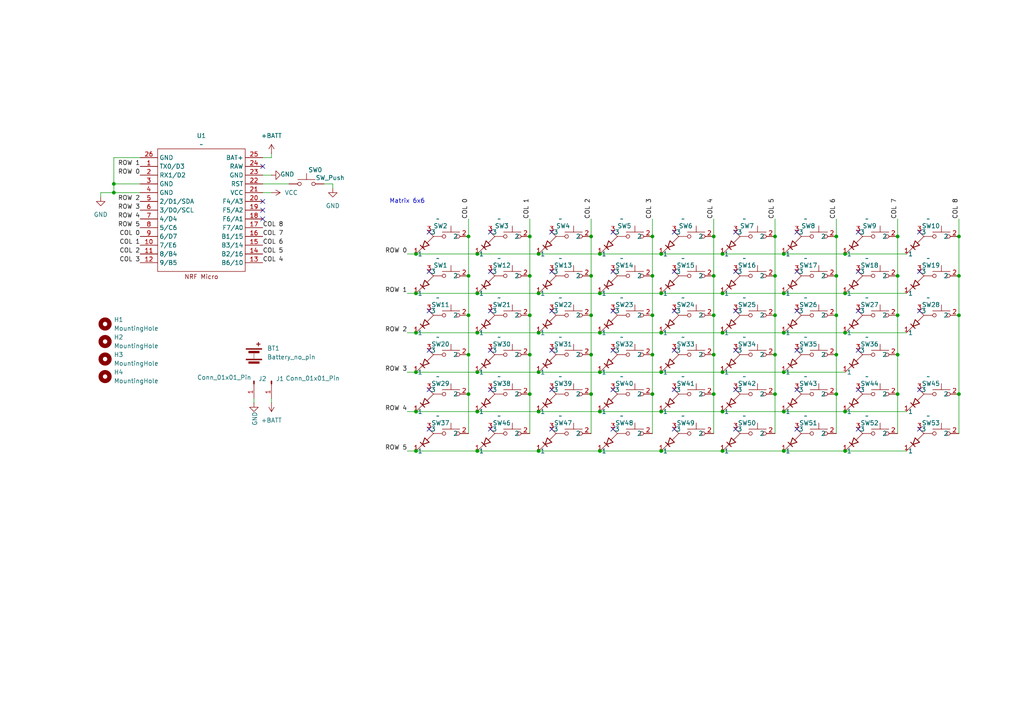
<source format=kicad_sch>
(kicad_sch (version 20231120) (generator "eeschema") (generator_version "8.0")
  (paper "A4")
  (lib_symbols
    (symbol "Connector:Conn_01x01_Pin" (pin_names (offset 1.016) hide)
      (property "Reference" "J" (at 0 2.54 0))
      (property "Value" "Conn_01x01_Pin" (at 0 -2.54 0))
      (symbol "Conn_01x01_Pin_1_1"
        (polyline (pts (xy 1.27 0) (xy 0.8636 0)) (stroke (width 0.1524)))
        (rectangle (start 0.8636 0.127) (end 0 -0.127) (stroke (width 0.1524)) (fill (type outline)))
        (pin passive line (at 5.08 0 180) (length 3.81) (name "Pin_1") (number "1"))
      )
    )
    (symbol "Keyboard_CS:Battery_no_pin" (pin_numbers hide) (pin_names (offset 0) hide)
      (property "Reference" "BT" (at 2.54 2.54 0))
      (property "Value" "Battery_no_pin" (at 2.54 0 0))
      (symbol "Battery_no_pin_0_1"
        (rectangle (start -2.286 -1.27) (end 2.286 -1.524) (fill (type outline)))
        (rectangle (start -2.286 1.778) (end 2.286 1.524) (fill (type outline)))
        (rectangle (start -1.524 -2.032) (end 1.524 -2.54) (fill (type outline)))
        (rectangle (start -1.524 1.016) (end 1.524 0.508) (fill (type outline)))
        (polyline (pts (xy 0 -1.016) (xy 0 -0.762)))
        (polyline (pts (xy 0 -0.508) (xy 0 -0.254)))
        (polyline (pts (xy 0 0) (xy 0 0.254)))
        (polyline (pts (xy 0.762 3.048) (xy 1.778 3.048)) (stroke (width 0.254)))
        (polyline (pts (xy 1.27 3.556) (xy 1.27 2.54)) (stroke (width 0.254)))
      )
    )
    (symbol "Keyboard_CS:Keyboard_Push"
      (property "Reference" "SW" (at 0.254 -4.572 0))
      (symbol "Keyboard_Push_0_1"
        (circle (center -2.032 0) (radius 0.508))
        (polyline (pts (xy -10.16 -5.08) (xy -8.255 -3.175)))
        (polyline (pts (xy -7.62 -3.81) (xy -8.89 -2.54)) (stroke (width 0.254)))
        (polyline (pts (xy -6.985 -1.905) (xy -5.08 0)))
        (polyline (pts (xy -6.35 1.27) (xy -5.08 0)))
        (polyline (pts (xy -5.08 0) (xy -2.54 0)))
        (polyline (pts (xy 0 1.27) (xy 0 3.048)))
        (polyline (pts (xy 2.54 1.27) (xy -2.54 1.27)))
        (polyline (pts (xy -6.35 -2.54) (xy -7.62 -1.27) (xy -8.255 -3.175) (xy -6.35 -2.54)) (stroke (width 0.254)))
        (circle (center 2.032 0) (radius 0.508))
        (pin passive line (at 5.08 0 180) (length 2.54) (name "2") (number "2"))
      )
      (symbol "Keyboard_Push_1_1"
        (pin passive line (at -10.16 -5.08 0) (length 0) (name "1") (number "1"))
        (pin passive line (at -6.35 1.27 0) (length 0) (name "3") (number "3"))
      )
    )
    (symbol "Keyboard_CS:NRF_micro"
      (property "Reference" "U" (at 0 1.27 0))
      (symbol "NRF_micro_0_1"
        (rectangle (start -12.7 2.54) (end 12.7 -33.02))
      )
      (symbol "NRF_micro_1_1"
        (text "NRF Micro" (at 0 -34.544 0) (effects (font (size 1.27 1.27))))
        (pin bidirectional line (at -17.78 -2.54 0) (length 5.08) (name "TX0/D3") (number "1"))
        (pin bidirectional line (at -17.78 -25.4 0) (length 5.08) (name "7/E6") (number "10"))
        (pin bidirectional line (at -17.78 -27.94 0) (length 5.08) (name "8/B4") (number "11"))
        (pin bidirectional line (at -17.78 -30.48 0) (length 5.08) (name "9/B5") (number "12"))
        (pin bidirectional line (at 17.78 -30.48 180) (length 5.08) (name "B6/10") (number "13"))
        (pin bidirectional line (at 17.78 -27.94 180) (length 5.08) (name "B2/16") (number "14"))
        (pin bidirectional line (at 17.78 -25.4 180) (length 5.08) (name "B3/14") (number "15"))
        (pin bidirectional line (at 17.78 -22.86 180) (length 5.08) (name "B1/15") (number "16"))
        (pin bidirectional line (at 17.78 -20.32 180) (length 5.08) (name "F7/A0") (number "17"))
        (pin bidirectional line (at 17.78 -17.78 180) (length 5.08) (name "F6/A1") (number "18"))
        (pin bidirectional line (at 17.78 -15.24 180) (length 5.08) (name "F5/A2") (number "19"))
        (pin bidirectional line (at -17.78 -5.08 0) (length 5.08) (name "RX1/D2") (number "2"))
        (pin bidirectional line (at 17.78 -12.7 180) (length 5.08) (name "F4/A3") (number "20"))
        (pin power_in line (at 17.78 -10.16 180) (length 5.08) (name "VCC") (number "21"))
        (pin input line (at 17.78 -7.62 180) (length 5.08) (name "RST") (number "22"))
        (pin power_in line (at 17.78 -5.08 180) (length 5.08) (name "GND") (number "23"))
        (pin power_out line (at 17.78 -2.54 180) (length 5.08) (name "RAW") (number "24"))
        (pin bidirectional line (at 17.78 0 180) (length 5.08) (name "BAT+") (number "25"))
        (pin bidirectional line (at -17.78 0 0) (length 5.08) (name "GND") (number "26"))
        (pin power_in line (at -17.78 -7.62 0) (length 5.08) (name "GND") (number "3"))
        (pin power_in line (at -17.78 -10.16 0) (length 5.08) (name "GND") (number "4"))
        (pin bidirectional line (at -17.78 -12.7 0) (length 5.08) (name "2/D1/SDA") (number "5"))
        (pin bidirectional line (at -17.78 -15.24 0) (length 5.08) (name "3/D0/SCL") (number "6"))
        (pin bidirectional line (at -17.78 -17.78 0) (length 5.08) (name "4/D4") (number "7"))
        (pin bidirectional line (at -17.78 -20.32 0) (length 5.08) (name "5/C6") (number "8"))
        (pin bidirectional line (at -17.78 -22.86 0) (length 5.08) (name "6/D7") (number "9"))
      )
    )
    (symbol "Mechanical:MountingHole" (pin_names (offset 1.016))
      (property "Reference" "H" (at 0 5.08 0))
      (property "Value" "MountingHole" (at 0 3.175 0))
      (symbol "MountingHole_0_1"
        (circle (center 0 0) (radius 1.27) (stroke (width 1.27)))
      )
    )
    (symbol "Switch:SW_Push" (pin_numbers hide) (pin_names (offset 1.016) hide)
      (property "Reference" "SW" (at 1.27 2.54 0))
      (property "Value" "SW_Push" (at 0 -1.524 0))
      (symbol "SW_Push_0_1"
        (circle (center -2.032 0) (radius 0.508))
        (polyline (pts (xy 0 1.27) (xy 0 3.048)))
        (polyline (pts (xy 2.54 1.27) (xy -2.54 1.27)))
        (circle (center 2.032 0) (radius 0.508))
        (pin passive line (at -5.08 0 0) (length 2.54) (name "1") (number "1"))
        (pin passive line (at 5.08 0 180) (length 2.54) (name "2") (number "2"))
      )
    )
    (symbol "power:+BATT" (power) (pin_numbers hide) (pin_names (offset 0) hide)
      (property "Value" "+BATT" (at 0 3.556 0))
      (symbol "+BATT_0_1"
        (polyline (pts (xy -0.762 1.27) (xy 0 2.54)))
        (polyline (pts (xy 0 0) (xy 0 2.54)))
        (polyline (pts (xy 0 2.54) (xy 0.762 1.27)))
      )
      (symbol "+BATT_1_1"
        (pin power_in line (at 0 0 90) (length 0) (name "~") (number "1"))
      )
    )
    (symbol "power:GND" (power) (pin_numbers hide) (pin_names (offset 0) hide)
      (property "Value" "GND" (at 0 -3.81 0))
      (symbol "GND_0_1"
        (polyline (pts (xy 0 0) (xy 0 -1.27) (xy 1.27 -1.27) (xy 0 -2.54) (xy -1.27 -1.27) (xy 0 -1.27)))
      )
      (symbol "GND_1_1"
        (pin power_in line (at 0 0 270) (length 0) (name "~") (number "1"))
      )
    )
    (symbol "power:VCC" (power) (pin_numbers hide) (pin_names (offset 0) hide)
      (property "Value" "VCC" (at 0 3.556 0))
      (symbol "VCC_0_1"
        (polyline (pts (xy -0.762 1.27) (xy 0 2.54)))
        (polyline (pts (xy 0 0) (xy 0 2.54)))
        (polyline (pts (xy 0 2.54) (xy 0.762 1.27)))
      )
      (symbol "VCC_1_1"
        (pin power_in line (at 0 0 90) (length 0) (name "~") (number "1"))
      )
    )
  )
  (junction (at 173.99 85.09))
  (junction (at 189.23 114.3))
  (junction (at 242.57 114.3))
  (junction (at 120.65 107.95))
  (junction (at 189.23 80.01))
  (junction (at 171.45 91.44))
  (junction (at 138.43 85.09))
  (junction (at 242.57 102.87))
  (junction (at 173.99 130.81))
  (junction (at 135.89 68.58))
  (junction (at 260.35 68.58))
  (junction (at 209.55 85.09))
  (junction (at 242.57 68.58))
  (junction (at 245.11 85.09))
  (junction (at 138.43 107.95))
  (junction (at 207.01 68.58))
  (junction (at 153.67 102.87))
  (junction (at 227.33 96.52))
  (junction (at 189.23 102.87))
  (junction (at 224.79 91.44))
  (junction (at 33.02 55.88))
  (junction (at 245.11 130.81))
  (junction (at 153.67 91.44))
  (junction (at 138.43 73.66))
  (junction (at 278.13 80.01))
  (junction (at 120.65 85.09))
  (junction (at 224.79 102.87))
  (junction (at 278.13 114.3))
  (junction (at 242.57 91.44))
  (junction (at 227.33 85.09))
  (junction (at 138.43 96.52))
  (junction (at 135.89 91.44))
  (junction (at 191.77 119.38))
  (junction (at 156.21 73.66))
  (junction (at 245.11 73.66))
  (junction (at 207.01 91.44))
  (junction (at 120.65 73.66))
  (junction (at 171.45 114.3))
  (junction (at 209.55 73.66))
  (junction (at 173.99 119.38))
  (junction (at 135.89 114.3))
  (junction (at 245.11 96.52))
  (junction (at 156.21 130.81))
  (junction (at 189.23 91.44))
  (junction (at 245.11 119.38))
  (junction (at 224.79 114.3))
  (junction (at 171.45 102.87))
  (junction (at 209.55 119.38))
  (junction (at 191.77 73.66))
  (junction (at 227.33 73.66))
  (junction (at 153.67 80.01))
  (junction (at 138.43 119.38))
  (junction (at 209.55 96.52))
  (junction (at 224.79 80.01))
  (junction (at 260.35 114.3))
  (junction (at 138.43 130.81))
  (junction (at 224.79 68.58))
  (junction (at 207.01 102.87))
  (junction (at 278.13 68.58))
  (junction (at 278.13 91.44))
  (junction (at 156.21 96.52))
  (junction (at 227.33 107.95))
  (junction (at 171.45 80.01))
  (junction (at 156.21 85.09))
  (junction (at 191.77 107.95))
  (junction (at 260.35 80.01))
  (junction (at 173.99 107.95))
  (junction (at 156.21 107.95))
  (junction (at 173.99 96.52))
  (junction (at 227.33 119.38))
  (junction (at 207.01 80.01))
  (junction (at 242.57 80.01))
  (junction (at 227.33 130.81))
  (junction (at 191.77 96.52))
  (junction (at 189.23 68.58))
  (junction (at 260.35 91.44))
  (junction (at 209.55 130.81))
  (junction (at 120.65 96.52))
  (junction (at 33.02 53.34))
  (junction (at 191.77 85.09))
  (junction (at 156.21 119.38))
  (junction (at 191.77 130.81))
  (junction (at 153.67 68.58))
  (junction (at 260.35 102.87))
  (junction (at 207.01 114.3))
  (junction (at 135.89 80.01))
  (junction (at 171.45 68.58))
  (junction (at 120.65 119.38))
  (junction (at 209.55 107.95))
  (junction (at 135.89 102.87))
  (junction (at 120.65 130.81))
  (junction (at 173.99 73.66))
  (junction (at 153.67 114.3))
  (no_connect (at 248.92 67.31))
  (no_connect (at 195.58 67.31))
  (no_connect (at 177.8 101.6))
  (no_connect (at 76.2 58.42))
  (no_connect (at 248.92 78.74))
  (no_connect (at 76.2 48.26))
  (no_connect (at 142.24 78.74))
  (no_connect (at 195.58 113.03))
  (no_connect (at 76.2 60.96))
  (no_connect (at 231.14 78.74))
  (no_connect (at 142.24 113.03))
  (no_connect (at 160.02 67.31))
  (no_connect (at 142.24 67.31))
  (no_connect (at 142.24 124.46))
  (no_connect (at 213.36 90.17))
  (no_connect (at 266.7 113.03))
  (no_connect (at 213.36 101.6))
  (no_connect (at 266.7 124.46))
  (no_connect (at 213.36 124.46))
  (no_connect (at 76.2 63.5))
  (no_connect (at 231.14 67.31))
  (no_connect (at 177.8 113.03))
  (no_connect (at 124.46 78.74))
  (no_connect (at 195.58 124.46))
  (no_connect (at 231.14 101.6))
  (no_connect (at 177.8 78.74))
  (no_connect (at 195.58 101.6))
  (no_connect (at 160.02 90.17))
  (no_connect (at 177.8 90.17))
  (no_connect (at 177.8 124.46))
  (no_connect (at 213.36 78.74))
  (no_connect (at 142.24 101.6))
  (no_connect (at 124.46 124.46))
  (no_connect (at 124.46 113.03))
  (no_connect (at 124.46 101.6))
  (no_connect (at 160.02 113.03))
  (no_connect (at 213.36 67.31))
  (no_connect (at 266.7 90.17))
  (no_connect (at 160.02 124.46))
  (no_connect (at 248.92 124.46))
  (no_connect (at 248.92 90.17))
  (no_connect (at 160.02 101.6))
  (no_connect (at 231.14 90.17))
  (no_connect (at 142.24 90.17))
  (no_connect (at 195.58 90.17))
  (no_connect (at 231.14 124.46))
  (no_connect (at 266.7 78.74))
  (no_connect (at 160.02 78.74))
  (no_connect (at 213.36 113.03))
  (no_connect (at 124.46 90.17))
  (no_connect (at 248.92 101.6))
  (no_connect (at 231.14 113.03))
  (no_connect (at 177.8 67.31))
  (no_connect (at 195.58 78.74))
  (no_connect (at 248.92 113.03))
  (no_connect (at 266.7 67.31))
  (no_connect (at 124.46 67.31))
  (wire (pts (xy 33.02 45.72) (xy 33.02 53.34)))
  (wire (pts (xy 224.79 63.5) (xy 224.79 68.58)))
  (wire (pts (xy 191.77 107.95) (xy 209.55 107.95)))
  (wire (pts (xy 242.57 63.5) (xy 242.57 68.58)))
  (wire (pts (xy 156.21 85.09) (xy 173.99 85.09)))
  (wire (pts (xy 260.35 91.44) (xy 260.35 102.87)))
  (wire (pts (xy 120.65 96.52) (xy 138.43 96.52)))
  (wire (pts (xy 245.11 73.66) (xy 262.89 73.66)))
  (wire (pts (xy 78.74 115.57) (xy 78.74 116.84)))
  (wire (pts (xy 171.45 68.58) (xy 171.45 80.01)))
  (wire (pts (xy 224.79 114.3) (xy 224.79 125.73)))
  (wire (pts (xy 209.55 130.81) (xy 227.33 130.81)))
  (wire (pts (xy 135.89 102.87) (xy 135.89 114.3)))
  (wire (pts (xy 135.89 63.5) (xy 135.89 68.58)))
  (wire (pts (xy 153.67 114.3) (xy 153.67 125.73)))
  (wire (pts (xy 153.67 63.5) (xy 153.67 68.58)))
  (wire (pts (xy 120.65 130.81) (xy 138.43 130.81)))
  (wire (pts (xy 227.33 85.09) (xy 245.11 85.09)))
  (wire (pts (xy 138.43 107.95) (xy 156.21 107.95)))
  (wire (pts (xy 118.11 85.09) (xy 120.65 85.09)))
  (wire (pts (xy 245.11 96.52) (xy 262.89 96.52)))
  (wire (pts (xy 156.21 96.52) (xy 173.99 96.52)))
  (wire (pts (xy 189.23 102.87) (xy 189.23 114.3)))
  (wire (pts (xy 207.01 91.44) (xy 207.01 102.87)))
  (wire (pts (xy 73.66 115.57) (xy 73.66 116.84)))
  (wire (pts (xy 242.57 68.58) (xy 242.57 80.01)))
  (wire (pts (xy 173.99 130.81) (xy 191.77 130.81)))
  (wire (pts (xy 189.23 114.3) (xy 189.23 125.73)))
  (wire (pts (xy 242.57 114.3) (xy 242.57 125.73)))
  (wire (pts (xy 173.99 73.66) (xy 191.77 73.66)))
  (wire (pts (xy 138.43 130.81) (xy 156.21 130.81)))
  (wire (pts (xy 227.33 130.81) (xy 245.11 130.81)))
  (wire (pts (xy 156.21 73.66) (xy 173.99 73.66)))
  (wire (pts (xy 227.33 73.66) (xy 245.11 73.66)))
  (wire (pts (xy 173.99 85.09) (xy 191.77 85.09)))
  (wire (pts (xy 189.23 91.44) (xy 189.23 102.87)))
  (wire (pts (xy 278.13 91.44) (xy 278.13 114.3)))
  (wire (pts (xy 173.99 107.95) (xy 191.77 107.95)))
  (wire (pts (xy 33.02 55.88) (xy 40.64 55.88)))
  (wire (pts (xy 118.11 73.66) (xy 120.65 73.66)))
  (wire (pts (xy 171.45 63.5) (xy 171.45 68.58)))
  (wire (pts (xy 76.2 55.88) (xy 78.74 55.88)))
  (wire (pts (xy 120.65 73.66) (xy 138.43 73.66)))
  (wire (pts (xy 224.79 80.01) (xy 224.79 91.44)))
  (wire (pts (xy 173.99 96.52) (xy 191.77 96.52)))
  (wire (pts (xy 224.79 102.87) (xy 224.79 114.3)))
  (wire (pts (xy 153.67 102.87) (xy 153.67 114.3)))
  (wire (pts (xy 242.57 91.44) (xy 242.57 102.87)))
  (wire (pts (xy 189.23 80.01) (xy 189.23 91.44)))
  (wire (pts (xy 207.01 63.5) (xy 207.01 68.58)))
  (wire (pts (xy 227.33 119.38) (xy 245.11 119.38)))
  (wire (pts (xy 156.21 130.81) (xy 173.99 130.81)))
  (wire (pts (xy 242.57 102.87) (xy 242.57 114.3)))
  (wire (pts (xy 209.55 85.09) (xy 227.33 85.09)))
  (wire (pts (xy 278.13 68.58) (xy 278.13 80.01)))
  (wire (pts (xy 207.01 68.58) (xy 207.01 80.01)))
  (wire (pts (xy 156.21 119.38) (xy 173.99 119.38)))
  (wire (pts (xy 278.13 63.5) (xy 278.13 68.58)))
  (wire (pts (xy 189.23 68.58) (xy 189.23 80.01)))
  (wire (pts (xy 138.43 73.66) (xy 156.21 73.66)))
  (wire (pts (xy 120.65 107.95) (xy 138.43 107.95)))
  (wire (pts (xy 191.77 130.81) (xy 209.55 130.81)))
  (wire (pts (xy 29.21 55.88) (xy 29.21 57.15)))
  (wire (pts (xy 260.35 63.5) (xy 260.35 68.58)))
  (wire (pts (xy 135.89 114.3) (xy 135.89 125.73)))
  (wire (pts (xy 120.65 119.38) (xy 138.43 119.38)))
  (wire (pts (xy 278.13 114.3) (xy 278.13 125.73)))
  (wire (pts (xy 227.33 96.52) (xy 245.11 96.52)))
  (wire (pts (xy 260.35 102.87) (xy 260.35 114.3)))
  (wire (pts (xy 191.77 73.66) (xy 209.55 73.66)))
  (wire (pts (xy 207.01 102.87) (xy 207.01 114.3)))
  (wire (pts (xy 138.43 85.09) (xy 156.21 85.09)))
  (wire (pts (xy 260.35 114.3) (xy 260.35 125.73)))
  (wire (pts (xy 153.67 68.58) (xy 153.67 80.01)))
  (wire (pts (xy 245.11 85.09) (xy 262.89 85.09)))
  (wire (pts (xy 135.89 91.44) (xy 135.89 102.87)))
  (wire (pts (xy 171.45 102.87) (xy 171.45 114.3)))
  (wire (pts (xy 78.74 45.72) (xy 76.2 45.72)))
  (wire (pts (xy 40.64 45.72) (xy 33.02 45.72)))
  (wire (pts (xy 96.52 54.61) (xy 96.52 53.34)))
  (wire (pts (xy 224.79 68.58) (xy 224.79 80.01)))
  (wire (pts (xy 209.55 119.38) (xy 227.33 119.38)))
  (wire (pts (xy 96.52 53.34) (xy 93.98 53.34)))
  (wire (pts (xy 78.74 44.45) (xy 78.74 45.72)))
  (wire (pts (xy 120.65 85.09) (xy 138.43 85.09)))
  (wire (pts (xy 118.11 107.95) (xy 120.65 107.95)))
  (wire (pts (xy 118.11 96.52) (xy 120.65 96.52)))
  (wire (pts (xy 207.01 80.01) (xy 207.01 91.44)))
  (wire (pts (xy 191.77 96.52) (xy 209.55 96.52)))
  (wire (pts (xy 33.02 53.34) (xy 33.02 55.88)))
  (wire (pts (xy 156.21 107.95) (xy 173.99 107.95)))
  (wire (pts (xy 135.89 68.58) (xy 135.89 80.01)))
  (wire (pts (xy 171.45 114.3) (xy 171.45 125.73)))
  (wire (pts (xy 153.67 80.01) (xy 153.67 91.44)))
  (wire (pts (xy 76.2 53.34) (xy 83.82 53.34)))
  (wire (pts (xy 191.77 119.38) (xy 209.55 119.38)))
  (wire (pts (xy 29.21 55.88) (xy 33.02 55.88)))
  (wire (pts (xy 260.35 68.58) (xy 260.35 80.01)))
  (wire (pts (xy 245.11 130.81) (xy 262.89 130.81)))
  (wire (pts (xy 207.01 114.3) (xy 207.01 125.73)))
  (wire (pts (xy 209.55 96.52) (xy 227.33 96.52)))
  (wire (pts (xy 191.77 85.09) (xy 209.55 85.09)))
  (wire (pts (xy 171.45 91.44) (xy 171.45 102.87)))
  (wire (pts (xy 278.13 80.01) (xy 278.13 91.44)))
  (wire (pts (xy 173.99 119.38) (xy 191.77 119.38)))
  (wire (pts (xy 135.89 80.01) (xy 135.89 91.44)))
  (wire (pts (xy 153.67 91.44) (xy 153.67 102.87)))
  (wire (pts (xy 189.23 63.5) (xy 189.23 68.58)))
  (wire (pts (xy 76.2 50.8) (xy 78.74 50.8)))
  (wire (pts (xy 171.45 80.01) (xy 171.45 91.44)))
  (wire (pts (xy 209.55 73.66) (xy 227.33 73.66)))
  (wire (pts (xy 224.79 91.44) (xy 224.79 102.87)))
  (wire (pts (xy 118.11 130.81) (xy 120.65 130.81)))
  (wire (pts (xy 138.43 119.38) (xy 156.21 119.38)))
  (wire (pts (xy 242.57 80.01) (xy 242.57 91.44)))
  (wire (pts (xy 227.33 107.95) (xy 245.11 107.95)))
  (wire (pts (xy 260.35 80.01) (xy 260.35 91.44)))
  (wire (pts (xy 138.43 96.52) (xy 156.21 96.52)))
  (wire (pts (xy 40.64 53.34) (xy 33.02 53.34)))
  (wire (pts (xy 209.55 107.95) (xy 227.33 107.95)))
  (wire (pts (xy 118.11 119.38) (xy 120.65 119.38)))
  (wire (pts (xy 245.11 119.38) (xy 262.89 119.38)))
  (text "Matrix 6x6" (at 118.11 58.42 0) (effects (font (size 1.27 1.27))))
  (label "COL 4" (at 76.2 76.2 0))
  (label "COL 2" (at 171.45 63.5 90))
  (label "ROW 3" (at 118.11 107.95 180))
  (label "ROW 3" (at 40.64 60.96 180))
  (label "COL 5" (at 224.79 63.5 90))
  (label "COL 8" (at 278.13 63.5 90))
  (label "ROW 0" (at 40.64 50.8 180))
  (label "COL 7" (at 260.35 63.5 90))
  (label "COL 2" (at 40.64 73.66 180))
  (label "ROW 1" (at 118.11 85.09 180))
  (label "COL 7" (at 76.2 68.58 0))
  (label "COL 3" (at 189.23 63.5 90))
  (label "ROW 5" (at 40.64 66.04 180))
  (label "COL 0" (at 135.89 63.5 90))
  (label "COL 5" (at 76.2 73.66 0))
  (label "ROW 4" (at 40.64 63.5 180))
  (label "ROW 4" (at 118.11 119.38 180))
  (label "COL 3" (at 40.64 76.2 180))
  (label "ROW 1" (at 40.64 48.26 180))
  (label "COL 6" (at 76.2 71.12 0))
  (label "ROW 2" (at 40.64 58.42 180))
  (label "COL 4" (at 207.01 63.5 90))
  (label "COL 8" (at 76.2 66.04 0))
  (label "ROW 0" (at 118.11 73.66 180))
  (label "COL 1" (at 153.67 63.5 90))
  (label "COL 6" (at 242.57 63.5 90))
  (label "ROW 5" (at 118.11 130.81 180))
  (label "ROW 2" (at 118.11 96.52 180))
  (label "COL 1" (at 40.64 71.12 180))
  (label "COL 0" (at 40.64 68.58 180))
  (symbol (lib_id "Keyboard_CS:Keyboard_Push") (at 273.05 80.01 0) (unit 1)
    (property "Reference" "SW19" (at 270.002 76.962 0))
    (property "Value" "~" (at 269.24 74.93 0))
    (property "Footprint" "Keyboard_CS:SW_UNIVERSAL_1.00u_PCB" (effects (hide yes)))
  )
  (symbol (lib_id "power:+BATT") (at 78.74 44.45 0) (unit 1)
    (property "Reference" "#PWR04" (effects (hide yes)))
    (property "Value" "+BATT" (at 78.74 39.37 0))
    (property "Description" "Power symbol creates a global label with name \"+BATT\"" (effects (hide yes)))
  )
  (symbol (lib_id "Keyboard_CS:Keyboard_Push") (at 166.37 80.01 0) (unit 1)
    (property "Reference" "SW13" (at 163.322 76.962 0))
    (property "Value" "~" (at 162.56 74.93 0))
    (property "Footprint" "Keyboard_CS:SW_UNIVERSAL_1.00u_PCB" (effects (hide yes)))
  )
  (symbol (lib_id "Keyboard_CS:Keyboard_Push") (at 219.71 114.3 0) (unit 1)
    (property "Reference" "SW42" (at 216.662 111.252 0))
    (property "Value" "~" (at 215.9 109.22 0))
    (property "Footprint" "Keyboard_CS:SW_UNIVERSAL_1.00u_PCB" (effects (hide yes)))
  )
  (symbol (lib_id "Keyboard_CS:Keyboard_Push") (at 201.93 68.58 0) (unit 1)
    (property "Reference" "SW6" (at 198.882 65.532 0))
    (property "Value" "~" (at 198.12 63.5 0))
    (property "Footprint" "Keyboard_CS:SW_UNIVERSAL_1.00u_PCB" (effects (hide yes)))
  )
  (symbol (lib_id "Keyboard_CS:Keyboard_Push") (at 148.59 80.01 0) (unit 1)
    (property "Reference" "SW12" (at 145.542 76.962 0))
    (property "Value" "~" (at 144.78 74.93 0))
    (property "Footprint" "Keyboard_CS:SW_UNIVERSAL_1.00u_PCB" (effects (hide yes)))
  )
  (symbol (lib_id "Keyboard_CS:Battery_no_pin") (at 73.66 102.87 0) (unit 1)
    (property "Reference" "BT1" (at 77.47 101.0284 0) (effects (justify left)))
    (property "Value" "Battery_no_pin" (at 77.47 103.5684 0) (effects (justify left)))
    (property "Footprint" "Keyboard_CS:503020 battery hole" (effects (hide yes)))
    (property "Description" "Multiple-cell battery" (effects (hide yes)))
  )
  (symbol (lib_id "Keyboard_CS:Keyboard_Push") (at 166.37 91.44 0) (unit 1)
    (property "Reference" "SW22" (at 163.322 88.392 0))
    (property "Value" "~" (at 162.56 86.36 0))
    (property "Footprint" "Keyboard_CS:SW_UNIVERSAL_1.00u_PCB" (effects (hide yes)))
  )
  (symbol (lib_id "power:+BATT") (at 78.74 116.84 180) (unit 1)
    (property "Reference" "#PWR06" (effects (hide yes)))
    (property "Value" "+BATT" (at 78.74 121.92 0))
    (property "Description" "Power symbol creates a global label with name \"+BATT\"" (effects (hide yes)))
  )
  (symbol (lib_id "Keyboard_CS:Keyboard_Push") (at 201.93 102.87 0) (unit 1)
    (property "Reference" "SW33" (at 198.882 99.822 0))
    (property "Value" "~" (at 198.12 97.79 0))
    (property "Footprint" "Keyboard_CS:SW_UNIVERSAL_1.00u_PCB" (effects (hide yes)))
  )
  (symbol (lib_id "Keyboard_CS:Keyboard_Push") (at 237.49 114.3 0) (unit 1)
    (property "Reference" "SW43" (at 234.442 111.252 0))
    (property "Value" "~" (at 233.68 109.22 0))
    (property "Footprint" "Keyboard_CS:SW_UNIVERSAL_1.75u_PCB" (effects (hide yes)))
  )
  (symbol (lib_id "Keyboard_CS:Keyboard_Push") (at 237.49 68.58 0) (unit 1)
    (property "Reference" "SW8" (at 234.442 65.532 0))
    (property "Value" "~" (at 233.68 63.5 0))
    (property "Footprint" "Keyboard_CS:SW_UNIVERSAL_1.00u_PCB" (effects (hide yes)))
  )
  (symbol (lib_id "Mechanical:MountingHole") (at 30.48 109.22 0) (unit 1)
    (property "Reference" "H4" (at 33.02 107.9499 0) (effects (justify left)))
    (property "Value" "MountingHole" (at 33.02 110.4899 0) (effects (justify left)))
    (property "Footprint" "MountingHole:MountingHole_2.2mm_M2_DIN965" (effects (hide yes)))
    (property "Description" "Mounting Hole without connection" (effects (hide yes)))
  )
  (symbol (lib_id "Keyboard_CS:Keyboard_Push") (at 255.27 68.58 0) (unit 1)
    (property "Reference" "SW9" (at 252.222 65.532 0))
    (property "Value" "~" (at 251.46 63.5 0))
    (property "Footprint" "Keyboard_CS:SW_UNIVERSAL_1.00u_PCB" (effects (hide yes)))
  )
  (symbol (lib_id "Keyboard_CS:Keyboard_Push") (at 237.49 91.44 0) (unit 1)
    (property "Reference" "SW26" (at 234.442 88.392 0))
    (property "Value" "~" (at 233.68 86.36 0))
    (property "Footprint" "Keyboard_CS:SW_UNIVERSAL_1.00u_PCB" (effects (hide yes)))
  )
  (symbol (lib_id "Keyboard_CS:Keyboard_Push") (at 219.71 91.44 0) (unit 1)
    (property "Reference" "SW25" (at 216.662 88.392 0))
    (property "Value" "~" (at 215.9 86.36 0))
    (property "Footprint" "Keyboard_CS:SW_UNIVERSAL_1.00u_PCB" (effects (hide yes)))
  )
  (symbol (lib_id "Keyboard_CS:Keyboard_Push") (at 201.93 114.3 0) (unit 1)
    (property "Reference" "SW41" (at 198.882 111.252 0))
    (property "Value" "~" (at 198.12 109.22 0))
    (property "Footprint" "Keyboard_CS:SW_UNIVERSAL_1.00u_PCB" (effects (hide yes)))
  )
  (symbol (lib_id "Keyboard_CS:Keyboard_Push") (at 148.59 114.3 0) (unit 1)
    (property "Reference" "SW38" (at 145.542 111.252 0))
    (property "Value" "~" (at 144.78 109.22 0))
    (property "Footprint" "Keyboard_CS:SW_UNIVERSAL_1.00u_PCB" (effects (hide yes)))
  )
  (symbol (lib_id "Keyboard_CS:Keyboard_Push") (at 201.93 80.01 0) (unit 1)
    (property "Reference" "SW15" (at 198.882 76.962 0))
    (property "Value" "~" (at 198.12 74.93 0))
    (property "Footprint" "Keyboard_CS:SW_UNIVERSAL_1.00u_PCB" (effects (hide yes)))
  )
  (symbol (lib_id "Keyboard_CS:Keyboard_Push") (at 219.71 102.87 0) (unit 1)
    (property "Reference" "SW34" (at 216.662 99.822 0))
    (property "Value" "~" (at 215.9 97.79 0))
    (property "Footprint" "Keyboard_CS:SW_UNIVERSAL_1.00u_PCB" (effects (hide yes)))
  )
  (symbol (lib_id "Keyboard_CS:Keyboard_Push") (at 219.71 80.01 0) (unit 1)
    (property "Reference" "SW16" (at 216.662 76.962 0))
    (property "Value" "~" (at 215.9 74.93 0))
    (property "Footprint" "Keyboard_CS:SW_UNIVERSAL_1.00u_PCB" (effects (hide yes)))
  )
  (symbol (lib_id "Mechanical:MountingHole") (at 30.48 104.14 0) (unit 1)
    (property "Reference" "H3" (at 33.02 102.8699 0) (effects (justify left)))
    (property "Value" "MountingHole" (at 33.02 105.4099 0) (effects (justify left)))
    (property "Footprint" "MountingHole:MountingHole_2.2mm_M2_DIN965" (effects (hide yes)))
    (property "Description" "Mounting Hole without connection" (effects (hide yes)))
  )
  (symbol (lib_id "power:GND") (at 29.21 57.15 0) (unit 1)
    (property "Reference" "#PWR03" (effects (hide yes)))
    (property "Value" "GND" (at 29.21 62.23 0))
    (property "Description" "Power symbol creates a global label with name \"GND\" , ground" (effects (hide yes)))
  )
  (symbol (lib_id "Keyboard_CS:Keyboard_Push") (at 255.27 114.3 0) (unit 1)
    (property "Reference" "SW44" (at 252.222 111.252 0))
    (property "Value" "~" (at 251.46 109.22 0))
    (property "Footprint" "Keyboard_CS:SW_UNIVERSAL_1.00u_PCB" (effects (hide yes)))
  )
  (symbol (lib_id "Keyboard_CS:Keyboard_Push") (at 166.37 102.87 0) (unit 1)
    (property "Reference" "SW31" (at 163.322 99.822 0))
    (property "Value" "~" (at 162.56 97.79 0))
    (property "Footprint" "Keyboard_CS:SW_UNIVERSAL_1.00u_PCB" (effects (hide yes)))
  )
  (symbol (lib_id "Keyboard_CS:Keyboard_Push") (at 273.05 91.44 0) (unit 1)
    (property "Reference" "SW28" (at 270.002 88.392 0))
    (property "Value" "~" (at 269.24 86.36 0))
    (property "Footprint" "Keyboard_CS:SW_UNIVERSAL_1.00u_PCB" (effects (hide yes)))
  )
  (symbol (lib_id "Keyboard_CS:Keyboard_Push") (at 255.27 125.73 0) (unit 1)
    (property "Reference" "SW52" (at 252.222 122.682 0))
    (property "Value" "~" (at 251.46 120.65 0))
    (property "Footprint" "Keyboard_CS:SW_UNIVERSAL_1.00u_PCB" (effects (hide yes)))
  )
  (symbol (lib_id "Connector:Conn_01x01_Pin") (at 78.74 110.49 270) (unit 1)
    (property "Reference" "J1" (at 80.01 109.8549 90) (effects (justify left)))
    (property "Value" "Conn_01x01_Pin" (at 82.804 109.728 90) (effects (justify left)))
    (property "Footprint" "Connector_Pin:Pin_D1.0mm_L10.0mm" (effects (hide yes)))
    (property "Description" "Generic connector, single row, 01x01, script generated" (effects (hide yes)))
  )
  (symbol (lib_id "Keyboard_CS:Keyboard_Push") (at 237.49 125.73 0) (unit 1)
    (property "Reference" "SW51" (at 234.442 122.682 0))
    (property "Value" "~" (at 233.68 120.65 0))
    (property "Footprint" "Keyboard_CS:SW_UNIVERSAL_1.00u_PCB" (effects (hide yes)))
  )
  (symbol (lib_id "Keyboard_CS:Keyboard_Push") (at 201.93 91.44 0) (unit 1)
    (property "Reference" "SW24" (at 198.882 88.392 0))
    (property "Value" "~" (at 198.12 86.36 0))
    (property "Footprint" "Keyboard_CS:SW_UNIVERSAL_1.00u_PCB" (effects (hide yes)))
  )
  (symbol (lib_id "Keyboard_CS:Keyboard_Push") (at 148.59 91.44 0) (unit 1)
    (property "Reference" "SW21" (at 145.542 88.392 0))
    (property "Value" "~" (at 144.78 86.36 0))
    (property "Footprint" "Keyboard_CS:SW_UNIVERSAL_1.00u_PCB" (effects (hide yes)))
  )
  (symbol (lib_id "Keyboard_CS:Keyboard_Push") (at 201.93 125.73 0) (unit 1)
    (property "Reference" "SW49" (at 198.882 122.682 0))
    (property "Value" "~" (at 198.12 120.65 0))
    (property "Footprint" "Keyboard_CS:SW_UNIVERSAL_1.00u_PCB" (effects (hide yes)))
  )
  (symbol (lib_id "Keyboard_CS:Keyboard_Push") (at 166.37 68.58 0) (unit 1)
    (property "Reference" "SW4" (at 163.322 65.532 0))
    (property "Value" "~" (at 162.56 63.5 0))
    (property "Footprint" "Keyboard_CS:SW_UNIVERSAL_1.00u_PCB" (effects (hide yes)))
  )
  (symbol (lib_id "Keyboard_CS:Keyboard_Push") (at 255.27 80.01 0) (unit 1)
    (property "Reference" "SW18" (at 252.222 76.962 0))
    (property "Value" "~" (at 251.46 74.93 0))
    (property "Footprint" "Keyboard_CS:SW_UNIVERSAL_2.00u_PCB" (effects (hide yes)))
  )
  (symbol (lib_id "Keyboard_CS:Keyboard_Push") (at 148.59 68.58 0) (unit 1)
    (property "Reference" "SW3" (at 145.542 65.532 0))
    (property "Value" "~" (at 144.78 63.5 0))
    (property "Footprint" "Keyboard_CS:SW_UNIVERSAL_1.00u_PCB" (effects (hide yes)))
  )
  (symbol (lib_id "Keyboard_CS:Keyboard_Push") (at 184.15 102.87 0) (unit 1)
    (property "Reference" "SW32" (at 181.102 99.822 0))
    (property "Value" "~" (at 180.34 97.79 0))
    (property "Footprint" "Keyboard_CS:SW_UNIVERSAL_1.00u_PCB" (effects (hide yes)))
  )
  (symbol (lib_id "Keyboard_CS:Keyboard_Push") (at 130.81 114.3 0) (unit 1)
    (property "Reference" "SW29" (at 127.762 111.252 0))
    (property "Value" "~" (at 127 109.22 0))
    (property "Footprint" "Keyboard_CS:SW_UNIVERSAL_1.00u_PCB" (effects (hide yes)))
  )
  (symbol (lib_id "Keyboard_CS:Keyboard_Push") (at 255.27 91.44 0) (unit 1)
    (property "Reference" "SW27" (at 252.222 88.392 0))
    (property "Value" "~" (at 251.46 86.36 0))
    (property "Footprint" "Keyboard_CS:SW_UNIVERSAL_1.50u_PCB" (effects (hide yes)))
  )
  (symbol (lib_id "Keyboard_CS:Keyboard_Push") (at 273.05 125.73 0) (unit 1)
    (property "Reference" "SW53" (at 270.002 122.682 0))
    (property "Value" "~" (at 269.24 120.65 0))
    (property "Footprint" "Keyboard_CS:SW_UNIVERSAL_1.00u_PCB" (effects (hide yes)))
  )
  (symbol (lib_id "Keyboard_CS:Keyboard_Push") (at 130.81 80.01 0) (unit 1)
    (property "Reference" "SW1" (at 127.762 76.962 0))
    (property "Value" "~" (at 127 74.93 0))
    (property "Footprint" "Keyboard_CS:SW_UNIVERSAL_1.00u_PCB" (effects (hide yes)))
  )
  (symbol (lib_id "power:GND") (at 96.52 54.61 0) (unit 1)
    (property "Reference" "#PWR01" (effects (hide yes)))
    (property "Value" "GND" (at 96.52 59.69 0))
    (property "Description" "Power symbol creates a global label with name \"GND\" , ground" (effects (hide yes)))
  )
  (symbol (lib_id "power:GND") (at 78.74 50.8 90) (unit 1)
    (property "Reference" "#PWR02" (effects (hide yes)))
    (property "Value" "GND" (at 81.28 50.546 90) (effects (justify right)))
    (property "Description" "Power symbol creates a global label with name \"GND\" , ground" (effects (hide yes)))
  )
  (symbol (lib_id "Keyboard_CS:Keyboard_Push") (at 255.27 102.87 0) (unit 1)
    (property "Reference" "SW36" (at 252.222 99.822 0))
    (property "Value" "~" (at 251.46 97.79 0))
    (property "Footprint" "Keyboard_CS:SW_UNIVERSAL_1.00u_PCB" (effects (hide yes)))
  )
  (symbol (lib_id "Keyboard_CS:Keyboard_Push") (at 184.15 91.44 0) (unit 1)
    (property "Reference" "SW23" (at 181.102 88.392 0))
    (property "Value" "~" (at 180.34 86.36 0))
    (property "Footprint" "Keyboard_CS:SW_UNIVERSAL_1.00u_PCB" (effects (hide yes)))
  )
  (symbol (lib_id "Mechanical:MountingHole") (at 30.48 99.06 0) (unit 1)
    (property "Reference" "H2" (at 33.02 97.7899 0) (effects (justify left)))
    (property "Value" "MountingHole" (at 33.02 100.3299 0) (effects (justify left)))
    (property "Footprint" "MountingHole:MountingHole_2.2mm_M2_DIN965" (effects (hide yes)))
    (property "Description" "Mounting Hole without connection" (effects (hide yes)))
  )
  (symbol (lib_id "Keyboard_CS:Keyboard_Push") (at 166.37 125.73 0) (unit 1)
    (property "Reference" "SW47" (at 163.322 122.682 0))
    (property "Value" "~" (at 162.56 120.65 0))
    (property "Footprint" "Keyboard_CS:SW_UNIVERSAL_1.00u_PCB" (effects (hide yes)))
  )
  (symbol (lib_id "Keyboard_CS:Keyboard_Push") (at 148.59 102.87 0) (unit 1)
    (property "Reference" "SW30" (at 145.542 99.822 0))
    (property "Value" "~" (at 144.78 97.79 0))
    (property "Footprint" "Keyboard_CS:SW_UNIVERSAL_1.00u_PCB" (effects (hide yes)))
  )
  (symbol (lib_id "Keyboard_CS:Keyboard_Push") (at 166.37 114.3 0) (unit 1)
    (property "Reference" "SW39" (at 163.322 111.252 0))
    (property "Value" "~" (at 162.56 109.22 0))
    (property "Footprint" "Keyboard_CS:SW_UNIVERSAL_1.00u_PCB" (effects (hide yes)))
  )
  (symbol (lib_id "Keyboard_CS:Keyboard_Push") (at 184.15 125.73 0) (unit 1)
    (property "Reference" "SW48" (at 181.102 122.682 0))
    (property "Value" "~" (at 180.34 120.65 0))
    (property "Footprint" "Keyboard_CS:SW_UNIVERSAL_1.00u_PCB" (effects (hide yes)))
  )
  (symbol (lib_id "Keyboard_CS:Keyboard_Push") (at 148.59 125.73 0) (unit 1)
    (property "Reference" "SW46" (at 145.542 122.682 0))
    (property "Value" "~" (at 144.78 120.65 0))
    (property "Footprint" "Keyboard_CS:SW_UNIVERSAL_2.00u_PCB" (effects (hide yes)))
  )
  (symbol (lib_id "Keyboard_CS:Keyboard_Push") (at 237.49 80.01 0) (unit 1)
    (property "Reference" "SW17" (at 234.442 76.962 0))
    (property "Value" "~" (at 233.68 74.93 0))
    (property "Footprint" "Keyboard_CS:SW_UNIVERSAL_1.00u_PCB" (effects (hide yes)))
  )
  (symbol (lib_id "Connector:Conn_01x01_Pin") (at 73.66 110.49 270) (unit 1)
    (property "Reference" "J2" (at 74.93 109.8549 90) (effects (justify left)))
    (property "Value" "Conn_01x01_Pin" (at 57.15 109.474 90) (effects (justify left)))
    (property "Footprint" "Connector_Pin:Pin_D1.0mm_L10.0mm" (effects (hide yes)))
    (property "Description" "Generic connector, single row, 01x01, script generated" (effects (hide yes)))
  )
  (symbol (lib_id "Keyboard_CS:Keyboard_Push") (at 130.81 102.87 0) (unit 1)
    (property "Reference" "SW20" (at 127.762 99.822 0))
    (property "Value" "~" (at 127 97.79 0))
    (property "Footprint" "Keyboard_CS:SW_UNIVERSAL_1.00u_PCB" (effects (hide yes)))
  )
  (symbol (lib_id "Keyboard_CS:Keyboard_Push") (at 130.81 125.73 0) (unit 1)
    (property "Reference" "SW37" (at 127.762 122.682 0))
    (property "Value" "~" (at 127 120.65 0))
    (property "Footprint" "Keyboard_CS:SW_UNIVERSAL_1.00u_PCB" (effects (hide yes)))
  )
  (symbol (lib_id "Switch:SW_Push") (at 88.9 53.34 0) (unit 1)
    (property "Reference" "SW0" (at 91.44 49.276 0))
    (property "Value" "SW_Push" (at 95.758 51.562 0))
    (property "Footprint" "Keyboard_CS:Reset_Switch" (effects (hide yes)))
    (property "Description" "Push button switch, generic, two pins" (effects (hide yes)))
  )
  (symbol (lib_id "Keyboard_CS:Keyboard_Push") (at 130.81 91.44 0) (unit 1)
    (property "Reference" "SW11" (at 127.762 88.392 0))
    (property "Value" "~" (at 127 86.36 0))
    (property "Footprint" "Keyboard_CS:SW_UNIVERSAL_1.00u_PCB" (effects (hide yes)))
  )
  (symbol (lib_id "Keyboard_CS:Keyboard_Push") (at 184.15 80.01 0) (unit 1)
    (property "Reference" "SW14" (at 181.102 76.962 0))
    (property "Value" "~" (at 180.34 74.93 0))
    (property "Footprint" "Keyboard_CS:SW_UNIVERSAL_1.00u_PCB" (effects (hide yes)))
  )
  (symbol (lib_id "Keyboard_CS:Keyboard_Push") (at 184.15 68.58 0) (unit 1)
    (property "Reference" "SW5" (at 181.102 65.532 0))
    (property "Value" "~" (at 180.34 63.5 0))
    (property "Footprint" "Keyboard_CS:SW_UNIVERSAL_1.00u_PCB" (effects (hide yes)))
  )
  (symbol (lib_id "Keyboard_CS:Keyboard_Push") (at 130.81 68.58 0) (unit 1)
    (property "Reference" "SW2" (at 127.762 65.532 0))
    (property "Value" "~" (at 127 63.5 0))
    (property "Footprint" "Keyboard_CS:SW_UNIVERSAL_1.00u_PCB" (effects (hide yes)))
  )
  (symbol (lib_id "Keyboard_CS:NRF_micro") (at 58.42 45.72 0) (unit 1)
    (property "Reference" "U1" (at 58.42 39.37 0))
    (property "Value" "~" (at 58.42 41.91 0))
    (property "Footprint" "Keyboard_CS:ProMicro_DUAL" (effects (hide yes)))
  )
  (symbol (lib_id "Mechanical:MountingHole") (at 30.48 93.98 0) (unit 1)
    (property "Reference" "H1" (at 33.02 92.7099 0) (effects (justify left)))
    (property "Value" "MountingHole" (at 33.02 95.2499 0) (effects (justify left)))
    (property "Footprint" "MountingHole:MountingHole_2.2mm_M2_DIN965" (effects (hide yes)))
    (property "Description" "Mounting Hole without connection" (effects (hide yes)))
  )
  (symbol (lib_id "power:GND") (at 73.66 116.84 0) (unit 1)
    (property "Reference" "#PWR07" (effects (hide yes)))
    (property "Value" "GND" (at 73.914 119.38 90) (effects (justify right)))
    (property "Description" "Power symbol creates a global label with name \"GND\" , ground" (effects (hide yes)))
  )
  (symbol (lib_id "power:VCC") (at 78.74 55.88 270) (unit 1)
    (property "Reference" "#PWR05" (effects (hide yes)))
    (property "Value" "VCC" (at 82.55 55.8799 90) (effects (justify left)))
    (property "Description" "Power symbol creates a global label with name \"VCC\"" (effects (hide yes)))
  )
  (symbol (lib_id "Keyboard_CS:Keyboard_Push") (at 219.71 125.73 0) (unit 1)
    (property "Reference" "SW50" (at 216.662 122.682 0))
    (property "Value" "~" (at 215.9 120.65 0))
    (property "Footprint" "Keyboard_CS:SW_UNIVERSAL_1.00u_PCB" (effects (hide yes)))
  )
  (symbol (lib_id "Keyboard_CS:Keyboard_Push") (at 273.05 114.3 0) (unit 1)
    (property "Reference" "SW45" (at 270.002 111.252 0))
    (property "Value" "~" (at 269.24 109.22 0))
    (property "Footprint" "Keyboard_CS:SW_UNIVERSAL_1.00u_PCB" (effects (hide yes)))
  )
  (symbol (lib_id "Keyboard_CS:Keyboard_Push") (at 237.49 102.87 0) (unit 1)
    (property "Reference" "SW35" (at 234.442 99.822 0))
    (property "Value" "~" (at 233.68 97.79 0))
    (property "Footprint" "Keyboard_CS:SW_UNIVERSAL_2.25u_PCB" (effects (hide yes)))
  )
  (symbol (lib_id "Keyboard_CS:Keyboard_Push") (at 184.15 114.3 0) (unit 1)
    (property "Reference" "SW40" (at 181.102 111.252 0))
    (property "Value" "~" (at 180.34 109.22 0))
    (property "Footprint" "Keyboard_CS:SW_UNIVERSAL_1.00u_PCB" (effects (hide yes)))
  )
  (symbol (lib_id "Keyboard_CS:Keyboard_Push") (at 273.05 68.58 0) (unit 1)
    (property "Reference" "SW10" (at 270.002 65.532 0))
    (property "Value" "~" (at 269.24 63.5 0))
    (property "Footprint" "Keyboard_CS:SW_UNIVERSAL_1.00u_PCB" (effects (hide yes)))
  )
  (symbol (lib_id "Keyboard_CS:Keyboard_Push") (at 219.71 68.58 0) (unit 1)
    (property "Reference" "SW7" (at 216.662 65.532 0))
    (property "Value" "~" (at 215.9 63.5 0))
    (property "Footprint" "Keyboard_CS:SW_UNIVERSAL_1.00u_PCB" (effects (hide yes)))
  )
)
</source>
